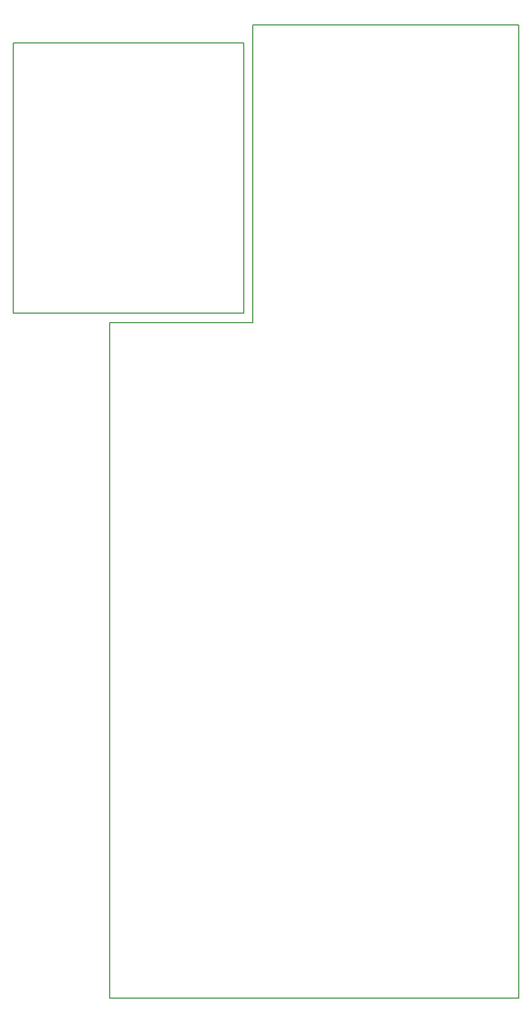
<source format=gbr>
G04 #@! TF.GenerationSoftware,KiCad,Pcbnew,(5.0.0)*
G04 #@! TF.CreationDate,2018-10-20T19:08:45+01:00*
G04 #@! TF.ProjectId,AD9833FunctionGenerator,41443938333346756E6374696F6E4765,rev?*
G04 #@! TF.SameCoordinates,Original*
G04 #@! TF.FileFunction,Profile,NP*
%FSLAX46Y46*%
G04 Gerber Fmt 4.6, Leading zero omitted, Abs format (unit mm)*
G04 Created by KiCad (PCBNEW (5.0.0)) date 10/20/18 19:08:45*
%MOMM*%
%LPD*%
G01*
G04 APERTURE LIST*
%ADD10C,0.150000*%
G04 APERTURE END LIST*
D10*
X132715000Y-222250000D02*
X132715000Y-66675000D01*
X51889681Y-112739698D02*
X88719681Y-112739698D01*
X51889681Y-69559698D02*
X51889681Y-112739698D01*
X88719681Y-69559698D02*
X51889681Y-69559698D01*
X88719681Y-112739698D02*
X88719681Y-69559698D01*
X67310000Y-222250000D02*
X67310000Y-114300000D01*
X90170000Y-114300000D02*
X90170000Y-66675000D01*
X67310000Y-114300000D02*
X90170000Y-114300000D01*
X132715000Y-222250000D02*
X67310000Y-222250000D01*
X90170000Y-66675000D02*
X132715000Y-66675000D01*
M02*

</source>
